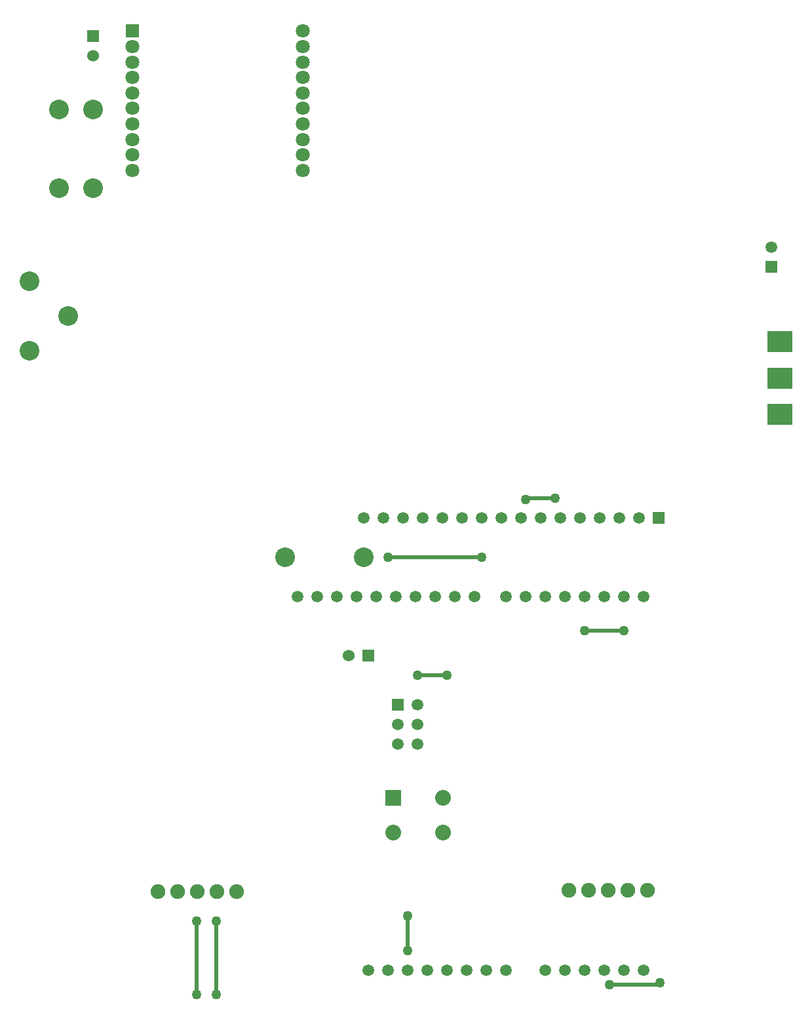
<source format=gtl>
%FSLAX43Y43*%
%MOMM*%
G71*
G01*
G75*
G04 Layer_Physical_Order=1*
G04 Layer_Color=255*
%ADD10C,0.508*%
%ADD11R,1.800X1.800*%
%ADD12C,1.800*%
%ADD13R,3.200X2.800*%
%ADD14C,1.500*%
%ADD15R,1.500X1.500*%
%ADD16C,2.032*%
%ADD17R,2.032X2.032*%
%ADD18C,1.524*%
%ADD19R,1.524X1.524*%
%ADD20C,2.540*%
%ADD21R,1.524X1.524*%
%ADD22C,1.905*%
%ADD23R,1.500X1.500*%
%ADD24C,1.270*%
D10*
X328473Y130810D02*
X332105D01*
X314325Y107950D02*
X318135D01*
X310515Y123190D02*
X322580D01*
X313055Y72390D02*
Y76835D01*
X345440Y67945D02*
X345681Y68186D01*
X339090Y67945D02*
X345440D01*
X288290Y66675D02*
Y76200D01*
X285750Y66675D02*
Y76200D01*
X335915Y113665D02*
X340995D01*
D11*
X277495Y191135D02*
D03*
D12*
Y189135D02*
D03*
Y187135D02*
D03*
Y185135D02*
D03*
Y183135D02*
D03*
Y181135D02*
D03*
Y179135D02*
D03*
Y177135D02*
D03*
Y175135D02*
D03*
Y173135D02*
D03*
X299491D02*
D03*
Y175135D02*
D03*
Y177135D02*
D03*
Y179135D02*
D03*
Y181135D02*
D03*
Y183135D02*
D03*
Y185135D02*
D03*
Y187135D02*
D03*
Y189135D02*
D03*
Y191135D02*
D03*
D13*
X361175Y146300D02*
D03*
Y151000D02*
D03*
Y141600D02*
D03*
D14*
X360045Y163195D02*
D03*
X314325Y104140D02*
D03*
X311785Y99060D02*
D03*
X314325Y101600D02*
D03*
X311785D02*
D03*
X314325Y99060D02*
D03*
X307340Y128270D02*
D03*
X309880D02*
D03*
X312420D02*
D03*
X314960D02*
D03*
X317500D02*
D03*
X320040D02*
D03*
X322580D02*
D03*
X325120D02*
D03*
X327660D02*
D03*
X330200D02*
D03*
X332740D02*
D03*
X335280D02*
D03*
X337820D02*
D03*
X340360D02*
D03*
X342900D02*
D03*
X298831Y118110D02*
D03*
X343535Y69850D02*
D03*
X340995D02*
D03*
X338455D02*
D03*
X335915D02*
D03*
X333375D02*
D03*
X330835D02*
D03*
X325755D02*
D03*
X323215D02*
D03*
X320675D02*
D03*
X318135D02*
D03*
X315595D02*
D03*
X313055D02*
D03*
X310515D02*
D03*
X307975D02*
D03*
X343535Y118110D02*
D03*
X340995D02*
D03*
X338455D02*
D03*
X335915D02*
D03*
X333375D02*
D03*
X330835D02*
D03*
X328295D02*
D03*
X325755D02*
D03*
X321691D02*
D03*
X319151D02*
D03*
X316611D02*
D03*
X314071D02*
D03*
X311531D02*
D03*
X308991D02*
D03*
X306451D02*
D03*
X303911D02*
D03*
X301371D02*
D03*
D15*
X360045Y160655D02*
D03*
X311785Y104140D02*
D03*
D16*
X317650Y92075D02*
D03*
Y87575D02*
D03*
X311150D02*
D03*
D17*
Y92075D02*
D03*
D18*
X305435Y110490D02*
D03*
X272415Y187960D02*
D03*
D19*
X307975Y110490D02*
D03*
D20*
X264160Y149830D02*
D03*
Y158830D02*
D03*
X269160Y154330D02*
D03*
X267970Y180975D02*
D03*
Y170815D02*
D03*
X307340Y123190D02*
D03*
X297180D02*
D03*
X272415Y170815D02*
D03*
Y180975D02*
D03*
D21*
Y190500D02*
D03*
D22*
X333883Y80137D02*
D03*
X336423D02*
D03*
X338963D02*
D03*
X341503D02*
D03*
X344043D02*
D03*
X280797Y80010D02*
D03*
X283337D02*
D03*
X285877D02*
D03*
X288417D02*
D03*
X290957D02*
D03*
D23*
X345440Y128270D02*
D03*
D24*
X328295Y130632D02*
D03*
X332105Y130810D02*
D03*
X318135Y107950D02*
D03*
X314325D02*
D03*
X310515Y123190D02*
D03*
X322580D02*
D03*
X313055Y72390D02*
D03*
Y76835D02*
D03*
X345681Y68186D02*
D03*
X339090Y67945D02*
D03*
X288290Y66675D02*
D03*
Y76200D02*
D03*
X285750D02*
D03*
Y66675D02*
D03*
X340995Y113665D02*
D03*
X335915D02*
D03*
M02*

</source>
